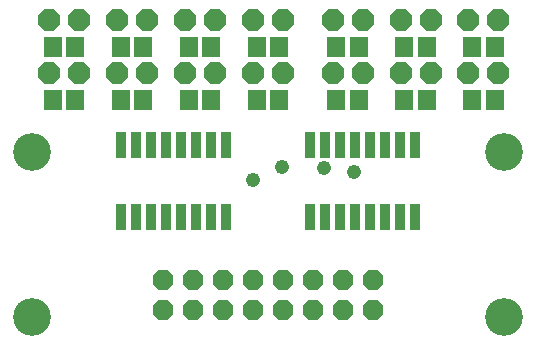
<source format=gbs>
G75*
G70*
%OFA0B0*%
%FSLAX24Y24*%
%IPPOS*%
%LPD*%
%AMOC8*
5,1,8,0,0,1.08239X$1,22.5*
%
%ADD10C,0.1261*%
%ADD11OC8,0.0740*%
%ADD12R,0.0340X0.0880*%
%ADD13R,0.0592X0.0710*%
%ADD14OC8,0.0680*%
%ADD15C,0.0476*%
D10*
X001008Y001178D03*
X001008Y006690D03*
X016756Y006690D03*
X016756Y001178D03*
D11*
X016567Y009299D03*
X015567Y009299D03*
X014304Y009299D03*
X013304Y009299D03*
X012040Y009299D03*
X011040Y009299D03*
X009382Y009299D03*
X008382Y009299D03*
X007119Y009299D03*
X006119Y009299D03*
X004855Y009299D03*
X003855Y009299D03*
X002591Y009299D03*
X001591Y009299D03*
X001591Y011070D03*
X002591Y011070D03*
X003855Y011070D03*
X004855Y011070D03*
X006119Y011070D03*
X007119Y011070D03*
X008382Y011070D03*
X009382Y011070D03*
X011040Y011070D03*
X012040Y011070D03*
X013304Y011070D03*
X014304Y011070D03*
X015567Y011070D03*
X016567Y011070D03*
D12*
X013782Y006916D03*
X013282Y006916D03*
X012782Y006916D03*
X012282Y006916D03*
X011782Y006916D03*
X011282Y006916D03*
X010782Y006916D03*
X010282Y006916D03*
X007483Y006916D03*
X006983Y006916D03*
X006483Y006916D03*
X005983Y006916D03*
X005483Y006916D03*
X004983Y006916D03*
X004483Y006916D03*
X003983Y006916D03*
X003983Y004496D03*
X004483Y004496D03*
X004983Y004496D03*
X005483Y004496D03*
X005983Y004496D03*
X006483Y004496D03*
X006983Y004496D03*
X007483Y004496D03*
X010282Y004496D03*
X010782Y004496D03*
X011282Y004496D03*
X011782Y004496D03*
X012282Y004496D03*
X012782Y004496D03*
X013282Y004496D03*
X013782Y004496D03*
D13*
X013430Y008413D03*
X014178Y008413D03*
X015693Y008413D03*
X016441Y008413D03*
X016441Y010184D03*
X015693Y010184D03*
X014178Y010184D03*
X013430Y010184D03*
X011914Y010184D03*
X011166Y010184D03*
X009256Y010184D03*
X008508Y010184D03*
X006993Y010184D03*
X006245Y010184D03*
X004729Y010184D03*
X003981Y010184D03*
X002465Y010184D03*
X001717Y010184D03*
X001717Y008413D03*
X002465Y008413D03*
X003981Y008413D03*
X004729Y008413D03*
X006245Y008413D03*
X006993Y008413D03*
X008508Y008413D03*
X009256Y008413D03*
X011166Y008413D03*
X011914Y008413D03*
D14*
X012382Y002417D03*
X011382Y002417D03*
X010382Y002417D03*
X009382Y002417D03*
X008382Y002417D03*
X007382Y002417D03*
X006382Y002417D03*
X005382Y002417D03*
X005382Y001417D03*
X006382Y001417D03*
X007382Y001417D03*
X008382Y001417D03*
X009382Y001417D03*
X010382Y001417D03*
X011382Y001417D03*
X012382Y001417D03*
D15*
X008371Y005736D03*
X009363Y006186D03*
X010753Y006149D03*
X011737Y006001D03*
M02*

</source>
